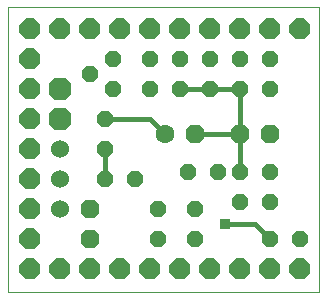
<source format=gtl>
G75*
%MOIN*%
%OFA0B0*%
%FSLAX24Y24*%
%IPPOS*%
%LPD*%
%AMOC8*
5,1,8,0,0,1.08239X$1,22.5*
%
%ADD10C,0.0000*%
%ADD11OC8,0.0520*%
%ADD12OC8,0.0630*%
%ADD13C,0.0630*%
%ADD14OC8,0.0700*%
%ADD15C,0.0600*%
%ADD16OC8,0.0760*%
%ADD17C,0.0160*%
%ADD18R,0.0356X0.0356*%
D10*
X000100Y000100D02*
X000100Y009596D01*
X010470Y009596D01*
X010470Y000100D01*
X000100Y000100D01*
D11*
X003350Y003850D03*
X004350Y003850D03*
X005100Y002850D03*
X005100Y001850D03*
X006350Y001850D03*
X006350Y002850D03*
X006100Y004100D03*
X007100Y004100D03*
X007850Y004100D03*
X008850Y004100D03*
X008850Y003100D03*
X007850Y003100D03*
X008850Y001850D03*
X009850Y001850D03*
X008850Y006850D03*
X008850Y007850D03*
X007850Y007850D03*
X006850Y007850D03*
X006850Y006850D03*
X007850Y006850D03*
X005850Y006850D03*
X004850Y006850D03*
X004850Y007850D03*
X005850Y007850D03*
X003600Y007850D03*
X002850Y007350D03*
X003600Y006850D03*
X003350Y005850D03*
X003350Y004850D03*
D12*
X002850Y002850D03*
X002850Y001850D03*
X006350Y005350D03*
X007850Y005350D03*
X008850Y005350D03*
D13*
X005350Y005350D03*
D14*
X004850Y008850D03*
X003850Y008850D03*
X002850Y008850D03*
X001850Y008850D03*
X000850Y008850D03*
X000850Y007850D03*
X000850Y006850D03*
X000850Y005850D03*
X000850Y004850D03*
X000850Y003850D03*
X000850Y002850D03*
X000850Y001850D03*
X000850Y000850D03*
X001850Y000850D03*
X002850Y000850D03*
X003850Y000850D03*
X004850Y000850D03*
X005850Y000850D03*
X006850Y000850D03*
X007850Y000850D03*
X008850Y000850D03*
X009850Y000850D03*
X009850Y008850D03*
X008850Y008850D03*
X007850Y008850D03*
X006850Y008850D03*
X005850Y008850D03*
D15*
X001850Y004850D03*
X001850Y003850D03*
X001850Y002850D03*
D16*
X001850Y005850D03*
X001850Y006850D03*
D17*
X003350Y005850D02*
X004850Y005850D01*
X005350Y005350D01*
X006350Y005350D02*
X007850Y005350D01*
X007850Y006850D01*
X006850Y006850D01*
X005850Y006850D01*
X007850Y005350D02*
X007850Y004100D01*
X007350Y002350D02*
X008350Y002350D01*
X008850Y001850D01*
X003350Y003850D02*
X003350Y004850D01*
D18*
X007350Y002350D03*
M02*

</source>
